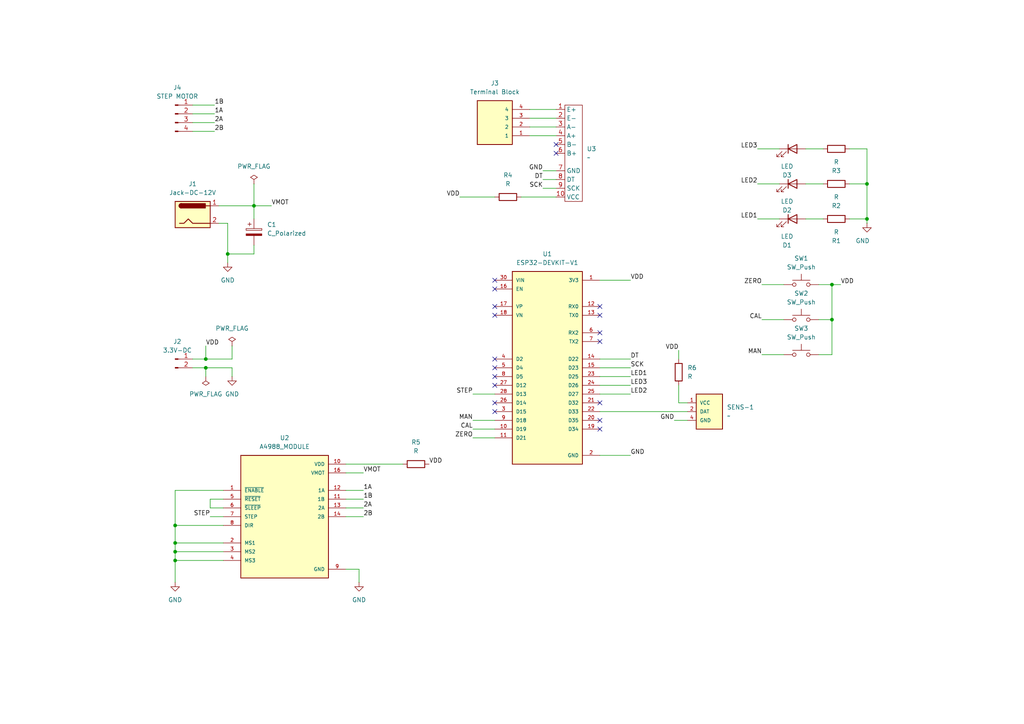
<source format=kicad_sch>
(kicad_sch (version 20250114) (generator "eeschema") (generator_version "9.0")
  (paper "A4")
  (lib_symbols
    (symbol "Connector:Conn_01x02_Pin" (pin_names (offset 1.016) (hide yes))
      (property "Reference" "J" (at 0 2.54 0))
      (property "Value" "Conn_01x02_Pin" (at 0 -5.08 0))
      (symbol "Conn_01x02_Pin_1_1"
        (rectangle (start 0.8636 0.127) (end 0 -0.127) (stroke (width 0.1524)) (fill (type outline)))
        (rectangle (start 0.8636 -2.413) (end 0 -2.667) (stroke (width 0.1524)) (fill (type outline)))
        (polyline (pts (xy 1.27 0) (xy 0.8636 0)) (stroke (width 0.1524)))
        (polyline (pts (xy 1.27 -2.54) (xy 0.8636 -2.54)) (stroke (width 0.1524)))
        (pin passive line (at 5.08 0 180) (length 3.81) (name "Pin_1") (number "1"))
        (pin passive line (at 5.08 -2.54 180) (length 3.81) (name "Pin_2") (number "2"))
      )
    )
    (symbol "Connector:Conn_01x04_Pin" (pin_names (offset 1.016) (hide yes))
      (property "Reference" "J" (at 0 5.08 0))
      (property "Value" "Conn_01x04_Pin" (at 0 -7.62 0))
      (symbol "Conn_01x04_Pin_1_1"
        (rectangle (start 0.8636 2.667) (end 0 2.413) (stroke (width 0.1524)) (fill (type outline)))
        (rectangle (start 0.8636 0.127) (end 0 -0.127) (stroke (width 0.1524)) (fill (type outline)))
        (rectangle (start 0.8636 -2.413) (end 0 -2.667) (stroke (width 0.1524)) (fill (type outline)))
        (rectangle (start 0.8636 -4.953) (end 0 -5.207) (stroke (width 0.1524)) (fill (type outline)))
        (polyline (pts (xy 1.27 2.54) (xy 0.8636 2.54)) (stroke (width 0.1524)))
        (polyline (pts (xy 1.27 0) (xy 0.8636 0)) (stroke (width 0.1524)))
        (polyline (pts (xy 1.27 -2.54) (xy 0.8636 -2.54)) (stroke (width 0.1524)))
        (polyline (pts (xy 1.27 -5.08) (xy 0.8636 -5.08)) (stroke (width 0.1524)))
        (pin passive line (at 5.08 2.54 180) (length 3.81) (name "Pin_1") (number "1"))
        (pin passive line (at 5.08 0 180) (length 3.81) (name "Pin_2") (number "2"))
        (pin passive line (at 5.08 -2.54 180) (length 3.81) (name "Pin_3") (number "3"))
        (pin passive line (at 5.08 -5.08 180) (length 3.81) (name "Pin_4") (number "4"))
      )
    )
    (symbol "Connector:Jack-DC" (pin_names (offset 1.016))
      (property "Reference" "J" (at 0 5.334 0))
      (property "Value" "Jack-DC" (at 0 -5.08 0))
      (symbol "Jack-DC_0_1"
        (rectangle (start -5.08 3.81) (end 5.08 -3.81) (stroke (width 0.254)) (fill (type background)))
        (polyline (pts (xy -3.81 -2.54) (xy -2.54 -2.54) (xy -1.27 -1.27) (xy 0 -2.54) (xy 2.54 -2.54) (xy 5.08 -2.54)) (stroke (width 0.254)))
        (arc (start -3.302 1.905) (mid -3.9343 2.54) (end -3.302 3.175) (stroke (width 0.254)))
        (arc (start -3.302 1.905) (mid -3.9343 2.54) (end -3.302 3.175) (stroke (width 0.254)) (fill (type outline)))
        (rectangle (start 3.683 3.175) (end -3.302 1.905) (stroke (width 0.254)) (fill (type outline)))
        (polyline (pts (xy 5.08 2.54) (xy 3.81 2.54)) (stroke (width 0.254)))
      )
      (symbol "Jack-DC_1_1"
        (pin passive line (at 7.62 2.54 180) (length 2.54) (name "~") (number "1"))
        (pin passive line (at 7.62 -2.54 180) (length 2.54) (name "~") (number "2"))
      )
    )
    (symbol "Device:C_Polarized" (pin_numbers (hide yes)) (pin_names (offset 0.254))
      (property "Reference" "C" (at 0.635 2.54 0))
      (property "Value" "C_Polarized" (at 0.635 -2.54 0))
      (symbol "C_Polarized_0_1"
        (rectangle (start -2.286 0.508) (end 2.286 1.016))
        (polyline (pts (xy -1.778 2.286) (xy -0.762 2.286)))
        (polyline (pts (xy -1.27 2.794) (xy -1.27 1.778)))
        (rectangle (start 2.286 -0.508) (end -2.286 -1.016) (fill (type outline)))
      )
      (symbol "C_Polarized_1_1"
        (pin passive line (at 0 3.81 270) (length 2.794) (name "~") (number "1"))
        (pin passive line (at 0 -3.81 90) (length 2.794) (name "~") (number "2"))
      )
    )
    (symbol "Device:LED" (pin_numbers (hide yes)) (pin_names (offset 1.016) (hide yes))
      (property "Reference" "D" (at 0 2.54 0))
      (property "Value" "LED" (at 0 -2.54 0))
      (symbol "LED_0_1"
        (polyline (pts (xy -3.048 -0.762) (xy -4.572 -2.286) (xy -3.81 -2.286) (xy -4.572 -2.286) (xy -4.572 -1.524)))
        (polyline (pts (xy -1.778 -0.762) (xy -3.302 -2.286) (xy -2.54 -2.286) (xy -3.302 -2.286) (xy -3.302 -1.524)))
        (polyline (pts (xy -1.27 0) (xy 1.27 0)))
        (polyline (pts (xy -1.27 -1.27) (xy -1.27 1.27)) (stroke (width 0.254)))
        (polyline (pts (xy 1.27 -1.27) (xy 1.27 1.27) (xy -1.27 0) (xy 1.27 -1.27)) (stroke (width 0.254)))
      )
      (symbol "LED_1_1"
        (pin passive line (at -3.81 0 0) (length 2.54) (name "K") (number "1"))
        (pin passive line (at 3.81 0 180) (length 2.54) (name "A") (number "2"))
      )
    )
    (symbol "Device:R" (pin_numbers (hide yes)) (pin_names (offset 0))
      (property "Reference" "R" (at 2.032 0 90))
      (property "Value" "R" (at 0 0 90))
      (symbol "R_0_1"
        (rectangle (start -1.016 -2.54) (end 1.016 2.54) (stroke (width 0.254)))
      )
      (symbol "R_1_1"
        (pin passive line (at 0 3.81 270) (length 1.27) (name "~") (number "1"))
        (pin passive line (at 0 -3.81 90) (length 1.27) (name "~") (number "2"))
      )
    )
    (symbol "External:A4988_MODULE" (pin_names (offset 1.016))
      (property "Reference" "U" (at -12.7 19.05 0))
      (property "Value" "A4988_MODULE" (at -12.7 -21.59 0))
      (symbol "A4988_MODULE_0_0"
        (rectangle (start -12.7 17.78) (end 12.7 -17.78) (stroke (width 0.254)) (fill (type background)))
        (pin input line (at -17.78 7.62 0) (length 5.08) (name "~{ENABLE}") (number "1"))
        (pin input line (at -17.78 0 0) (length 5.08) (name "STEP") (number "7"))
        (pin input line (at -17.78 -2.54 0) (length 5.08) (name "DIR") (number "8"))
        (pin input line (at -17.78 -7.62 0) (length 5.08) (name "MS1") (number "2"))
        (pin input line (at -17.78 -10.16 0) (length 5.08) (name "MS2") (number "3"))
        (pin input line (at -17.78 -12.7 0) (length 5.08) (name "MS3") (number "4"))
        (pin power_in line (at 17.78 15.24 180) (length 5.08) (name "VDD") (number "10"))
        (pin power_in line (at 17.78 12.7 180) (length 5.08) (name "VMOT") (number "16"))
        (pin output line (at 17.78 7.62 180) (length 5.08) (name "1A") (number "12"))
        (pin output line (at 17.78 5.08 180) (length 5.08) (name "1B") (number "11"))
        (pin output line (at 17.78 2.54 180) (length 5.08) (name "2A") (number "13"))
        (pin output line (at 17.78 0 180) (length 5.08) (name "2B") (number "14"))
        (pin power_in line (at 17.78 -15.24 180) (length 5.08) (hide yes) (name "GND") (number "15"))
        (pin power_in line (at 17.78 -15.24 180) (length 5.08) (name "GND") (number "9"))
      )
      (symbol "A4988_MODULE_1_0"
        (pin passive line (at -17.78 5.08 0) (length 5.08) (name "~{RESET}") (number "5"))
        (pin passive line (at -17.78 2.54 0) (length 5.08) (name "~{SLEEP}") (number "6"))
      )
    )
    (symbol "External:DHT11" (pin_names (offset 1.016))
      (property "Reference" "SENS-" (at -0.508 7.366 0))
      (symbol "DHT11_0_0"
        (rectangle (start 0 5.08) (end 7.62 -5.08) (stroke (width 0.254)) (fill (type background)))
      )
      (symbol "DHT11_1_0"
        (pin power_in line (at -2.54 2.54 0) (length 2.54) (name "VCC") (number "1"))
        (pin bidirectional line (at -2.54 0 0) (length 2.54) (name "DAT") (number "2"))
        (pin passive line (at -2.54 -2.54 0) (length 2.54) (name "GND") (number "4"))
      )
    )
    (symbol "External:ESP32-DEVKIT-V1" (pin_names (offset 1.016))
      (property "Reference" "U" (at -10.16 30.48 0))
      (property "Value" "ESP32-DEVKIT-V1" (at -10.16 -30.48 0))
      (symbol "ESP32-DEVKIT-V1_0_0"
        (rectangle (start -10.16 27.94) (end 10.16 -27.94) (stroke (width 0.254)) (fill (type background)))
        (pin input line (at -15.24 25.4 0) (length 5.08) (name "VIN") (number "30"))
        (pin input line (at -15.24 22.86 0) (length 5.08) (name "EN") (number "16"))
        (pin bidirectional line (at -15.24 17.78 0) (length 5.08) (name "VP") (number "17"))
        (pin bidirectional line (at -15.24 15.24 0) (length 5.08) (name "VN") (number "18"))
        (pin bidirectional line (at -15.24 2.54 0) (length 5.08) (name "D2") (number "4"))
        (pin bidirectional line (at -15.24 0 0) (length 5.08) (name "D4") (number "5"))
        (pin bidirectional line (at -15.24 -2.54 0) (length 5.08) (name "D5") (number "8"))
        (pin bidirectional line (at -15.24 -5.08 0) (length 5.08) (name "D12") (number "27"))
        (pin bidirectional line (at -15.24 -7.62 0) (length 5.08) (name "D13") (number "28"))
        (pin bidirectional line (at -15.24 -10.16 0) (length 5.08) (name "D14") (number "26"))
        (pin bidirectional line (at -15.24 -12.7 0) (length 5.08) (name "D15") (number "3"))
        (pin bidirectional line (at -15.24 -15.24 0) (length 5.08) (name "D18") (number "9"))
        (pin bidirectional line (at -15.24 -17.78 0) (length 5.08) (name "D19") (number "10"))
        (pin bidirectional line (at -15.24 -20.32 0) (length 5.08) (name "D21") (number "11"))
        (pin input line (at 15.24 17.78 180) (length 5.08) (name "RX0") (number "12"))
        (pin output line (at 15.24 15.24 180) (length 5.08) (name "TX0") (number "13"))
        (pin input line (at 15.24 10.16 180) (length 5.08) (name "RX2") (number "6"))
        (pin output line (at 15.24 7.62 180) (length 5.08) (name "TX2") (number "7"))
        (pin bidirectional line (at 15.24 2.54 180) (length 5.08) (name "D22") (number "14"))
        (pin bidirectional line (at 15.24 0 180) (length 5.08) (name "D23") (number "15"))
        (pin bidirectional line (at 15.24 -2.54 180) (length 5.08) (name "D25") (number "23"))
        (pin bidirectional line (at 15.24 -5.08 180) (length 5.08) (name "D26") (number "24"))
        (pin bidirectional line (at 15.24 -7.62 180) (length 5.08) (name "D27") (number "25"))
        (pin bidirectional line (at 15.24 -10.16 180) (length 5.08) (name "D32") (number "21"))
        (pin bidirectional line (at 15.24 -12.7 180) (length 5.08) (name "D33") (number "22"))
        (pin bidirectional line (at 15.24 -15.24 180) (length 5.08) (name "D35") (number "20"))
        (pin bidirectional line (at 15.24 -17.78 180) (length 5.08) (name "D34") (number "19"))
        (pin power_in line (at 15.24 -25.4 180) (length 5.08) (hide yes) (name "GND") (number "29"))
      )
      (symbol "ESP32-DEVKIT-V1_1_0"
        (pin power_in line (at 15.24 25.4 180) (length 5.08) (name "3V3") (number "1"))
        (pin passive line (at 15.24 -25.4 180) (length 5.08) (name "GND") (number "2"))
      )
    )
    (symbol "External:HX711_MODULE"
      (property "Reference" "U" (at 0 13.716 0))
      (symbol "HX711_MODULE_0_1"
        (rectangle (start -2.54 12.7) (end 2.54 -15.24))
      )
      (symbol "HX711_MODULE_1_1"
        (pin input line (at -5.08 11.43 0) (length 2.54) (name "E+") (number "1"))
        (pin input line (at -5.08 8.89 0) (length 2.54) (name "E-") (number "2"))
        (pin input line (at -5.08 6.35 0) (length 2.54) (name "A-") (number "3"))
        (pin input line (at -5.08 3.81 0) (length 2.54) (name "A+") (number "4"))
        (pin input line (at -5.08 1.27 0) (length 2.54) (name "B-") (number "5"))
        (pin input line (at -5.08 -1.27 0) (length 2.54) (name "B+") (number "6"))
        (pin passive line (at -5.08 -6.35 0) (length 2.54) (name "GND") (number "7"))
        (pin input line (at -5.08 -8.89 0) (length 2.54) (name "DT") (number "8"))
        (pin input line (at -5.08 -11.43 0) (length 2.54) (name "SCK") (number "9"))
        (pin power_in line (at -5.08 -13.97 0) (length 2.54) (name "VCC") (number "10"))
      )
    )
    (symbol "External:Terminal_Block_04" (pin_names (offset 1.016))
      (property "Reference" "J" (at -5.58 7.62 0))
      (property "Value" "Terminal Block" (at -8.128 -7.366 0))
      (symbol "Terminal_Block_04_0_0"
        (rectangle (start -5.08 -5.08) (end 5.08 7.62) (stroke (width 0.254)) (fill (type background)))
        (pin passive line (at -10.16 5.08 0) (length 5.08) (name "1") (number "1"))
        (pin passive line (at -10.16 2.54 0) (length 5.08) (name "2") (number "2"))
        (pin passive line (at -10.16 0 0) (length 5.08) (name "3") (number "3"))
        (pin passive line (at -10.16 -2.54 0) (length 5.08) (name "4") (number "4"))
      )
    )
    (symbol "Switch:SW_Push" (pin_numbers (hide yes)) (pin_names (offset 1.016) (hide yes))
      (property "Reference" "SW" (at 1.27 2.54 0))
      (property "Value" "SW_Push" (at 0 -1.524 0))
      (symbol "SW_Push_0_1"
        (circle (center -2.032 0) (radius 0.508))
        (polyline (pts (xy 0 1.27) (xy 0 3.048)))
        (circle (center 2.032 0) (radius 0.508))
        (polyline (pts (xy 2.54 1.27) (xy -2.54 1.27)))
        (pin passive line (at -5.08 0 0) (length 2.54) (name "1") (number "1"))
        (pin passive line (at 5.08 0 180) (length 2.54) (name "2") (number "2"))
      )
    )
    (symbol "power:GND" (power) (pin_numbers (hide yes)) (pin_names (offset 0) (hide yes))
      (property "Value" "GND" (at 0 -3.81 0))
      (symbol "GND_0_1"
        (polyline (pts (xy 0 0) (xy 0 -1.27) (xy 1.27 -1.27) (xy 0 -2.54) (xy -1.27 -1.27) (xy 0 -1.27)))
      )
      (symbol "GND_1_1"
        (pin power_in line (at 0 0 270) (length 0) (name "~") (number "1"))
      )
    )
    (symbol "power:PWR_FLAG" (power) (pin_numbers (hide yes)) (pin_names (offset 0) (hide yes))
      (property "Value" "PWR_FLAG" (at 0 3.81 0))
      (symbol "PWR_FLAG_0_0"
        (pin power_out line (at 0 0 90) (length 0) (name "~") (number "1"))
      )
      (symbol "PWR_FLAG_0_1"
        (polyline (pts (xy 0 0) (xy 0 1.27) (xy -1.016 1.905) (xy 0 2.54) (xy 1.016 1.905) (xy 0 1.27)))
      )
    )
  )
  (junction (at 50.8 152.4))
  (junction (at 50.8 157.48))
  (junction (at 241.3 82.55))
  (junction (at 251.46 63.5))
  (junction (at 59.69 106.68))
  (junction (at 50.8 160.02))
  (junction (at 251.46 53.34))
  (junction (at 50.8 162.56))
  (junction (at 241.3 92.71))
  (junction (at 59.69 104.14))
  (junction (at 66.04 73.66))
  (junction (at 73.66 59.69))
  (no_connect (at 173.99 116.84))
  (no_connect (at 143.51 91.44))
  (no_connect (at 161.29 44.45))
  (no_connect (at 173.99 121.92))
  (no_connect (at 173.99 91.44))
  (no_connect (at 173.99 99.06))
  (no_connect (at 143.51 106.68))
  (no_connect (at 143.51 104.14))
  (no_connect (at 143.51 88.9))
  (no_connect (at 143.51 116.84))
  (no_connect (at 143.51 81.28))
  (no_connect (at 173.99 88.9))
  (no_connect (at 143.51 83.82))
  (no_connect (at 143.51 109.22))
  (no_connect (at 173.99 96.52))
  (no_connect (at 143.51 111.76))
  (no_connect (at 143.51 119.38))
  (no_connect (at 173.99 124.46))
  (no_connect (at 161.29 41.91))
  (wire (pts (xy 50.8 162.56) (xy 50.8 168.91)))
  (wire (pts (xy 64.77 142.24) (xy 50.8 142.24)))
  (wire (pts (xy 243.84 82.55) (xy 241.3 82.55)))
  (wire (pts (xy 151.13 57.15) (xy 161.29 57.15)))
  (wire (pts (xy 60.96 149.86) (xy 64.77 149.86)))
  (wire (pts (xy 251.46 64.77) (xy 251.46 63.5)))
  (wire (pts (xy 153.67 31.75) (xy 161.29 31.75)))
  (wire (pts (xy 219.71 43.18) (xy 226.06 43.18)))
  (wire (pts (xy 55.88 106.68) (xy 59.69 106.68)))
  (wire (pts (xy 50.8 162.56) (xy 64.77 162.56)))
  (wire (pts (xy 50.8 142.24) (xy 50.8 152.4)))
  (wire (pts (xy 62.23 30.48) (xy 55.88 30.48)))
  (wire (pts (xy 182.88 104.14) (xy 173.99 104.14)))
  (wire (pts (xy 66.04 73.66) (xy 66.04 64.77)))
  (wire (pts (xy 153.67 39.37) (xy 161.29 39.37)))
  (wire (pts (xy 153.67 34.29) (xy 161.29 34.29)))
  (wire (pts (xy 251.46 53.34) (xy 246.38 53.34)))
  (wire (pts (xy 238.76 43.18) (xy 233.68 43.18)))
  (wire (pts (xy 157.48 52.07) (xy 161.29 52.07)))
  (wire (pts (xy 137.16 121.92) (xy 143.51 121.92)))
  (wire (pts (xy 238.76 53.34) (xy 233.68 53.34)))
  (wire (pts (xy 219.71 63.5) (xy 226.06 63.5)))
  (wire (pts (xy 64.77 144.78) (xy 60.96 144.78)))
  (wire (pts (xy 220.98 82.55) (xy 227.33 82.55)))
  (wire (pts (xy 196.85 101.6) (xy 196.85 104.14)))
  (wire (pts (xy 67.31 106.68) (xy 67.31 109.22)))
  (wire (pts (xy 182.88 81.28) (xy 173.99 81.28)))
  (wire (pts (xy 237.49 102.87) (xy 241.3 102.87)))
  (wire (pts (xy 251.46 63.5) (xy 251.46 53.34)))
  (wire (pts (xy 59.69 106.68) (xy 67.31 106.68)))
  (wire (pts (xy 241.3 92.71) (xy 241.3 82.55)))
  (wire (pts (xy 237.49 92.71) (xy 241.3 92.71)))
  (wire (pts (xy 73.66 73.66) (xy 66.04 73.66)))
  (wire (pts (xy 182.88 111.76) (xy 173.99 111.76)))
  (wire (pts (xy 157.48 49.53) (xy 161.29 49.53)))
  (wire (pts (xy 67.31 100.33) (xy 67.31 104.14)))
  (wire (pts (xy 241.3 102.87) (xy 241.3 92.71)))
  (wire (pts (xy 78.74 59.69) (xy 73.66 59.69)))
  (wire (pts (xy 66.04 64.77) (xy 63.5 64.77)))
  (wire (pts (xy 100.33 134.62) (xy 116.84 134.62)))
  (wire (pts (xy 55.88 104.14) (xy 59.69 104.14)))
  (wire (pts (xy 50.8 152.4) (xy 50.8 157.48)))
  (wire (pts (xy 137.16 114.3) (xy 143.51 114.3)))
  (wire (pts (xy 59.69 104.14) (xy 67.31 104.14)))
  (wire (pts (xy 157.48 54.61) (xy 161.29 54.61)))
  (wire (pts (xy 62.23 33.02) (xy 55.88 33.02)))
  (wire (pts (xy 219.71 53.34) (xy 226.06 53.34)))
  (wire (pts (xy 59.69 100.33) (xy 59.69 104.14)))
  (wire (pts (xy 251.46 43.18) (xy 246.38 43.18)))
  (wire (pts (xy 137.16 124.46) (xy 143.51 124.46)))
  (wire (pts (xy 105.41 149.86) (xy 100.33 149.86)))
  (wire (pts (xy 238.76 63.5) (xy 233.68 63.5)))
  (wire (pts (xy 50.8 157.48) (xy 64.77 157.48)))
  (wire (pts (xy 60.96 144.78) (xy 60.96 147.32)))
  (wire (pts (xy 182.88 106.68) (xy 173.99 106.68)))
  (wire (pts (xy 199.39 116.84) (xy 196.85 116.84)))
  (wire (pts (xy 196.85 116.84) (xy 196.85 111.76)))
  (wire (pts (xy 73.66 71.12) (xy 73.66 73.66)))
  (wire (pts (xy 195.58 121.92) (xy 199.39 121.92)))
  (wire (pts (xy 182.88 132.08) (xy 173.99 132.08)))
  (wire (pts (xy 133.35 57.15) (xy 143.51 57.15)))
  (wire (pts (xy 60.96 147.32) (xy 64.77 147.32)))
  (wire (pts (xy 104.14 165.1) (xy 100.33 165.1)))
  (wire (pts (xy 137.16 127) (xy 143.51 127)))
  (wire (pts (xy 251.46 53.34) (xy 251.46 43.18)))
  (wire (pts (xy 66.04 76.2) (xy 66.04 73.66)))
  (wire (pts (xy 220.98 102.87) (xy 227.33 102.87)))
  (wire (pts (xy 50.8 160.02) (xy 50.8 162.56)))
  (wire (pts (xy 59.69 109.22) (xy 59.69 106.68)))
  (wire (pts (xy 153.67 36.83) (xy 161.29 36.83)))
  (wire (pts (xy 62.23 38.1) (xy 55.88 38.1)))
  (wire (pts (xy 73.66 53.34) (xy 73.66 59.69)))
  (wire (pts (xy 73.66 59.69) (xy 63.5 59.69)))
  (wire (pts (xy 220.98 92.71) (xy 227.33 92.71)))
  (wire (pts (xy 246.38 63.5) (xy 251.46 63.5)))
  (wire (pts (xy 105.41 137.16) (xy 100.33 137.16)))
  (wire (pts (xy 105.41 142.24) (xy 100.33 142.24)))
  (wire (pts (xy 50.8 157.48) (xy 50.8 160.02)))
  (wire (pts (xy 105.41 144.78) (xy 100.33 144.78)))
  (wire (pts (xy 104.14 168.91) (xy 104.14 165.1)))
  (wire (pts (xy 62.23 35.56) (xy 55.88 35.56)))
  (wire (pts (xy 50.8 160.02) (xy 64.77 160.02)))
  (wire (pts (xy 182.88 114.3) (xy 173.99 114.3)))
  (wire (pts (xy 241.3 82.55) (xy 237.49 82.55)))
  (wire (pts (xy 182.88 109.22) (xy 173.99 109.22)))
  (wire (pts (xy 173.99 119.38) (xy 199.39 119.38)))
  (wire (pts (xy 105.41 147.32) (xy 100.33 147.32)))
  (wire (pts (xy 73.66 63.5) (xy 73.66 59.69)))
  (wire (pts (xy 50.8 152.4) (xy 64.77 152.4)))
  (label "STEP" (at 60.96 149.86 180))
  (label "2B" (at 62.23 38.1 0))
  (label "VDD" (at 124.46 134.62 0))
  (label "DT" (at 182.88 104.14 0))
  (label "VDD" (at 243.84 82.55 0))
  (label "LED2" (at 182.88 114.3 0))
  (label "1B" (at 62.23 30.48 0))
  (label "2B" (at 105.41 149.86 0))
  (label "GND" (at 157.48 49.53 180))
  (label "VDD" (at 196.85 101.6 180))
  (label "MAN" (at 137.16 121.92 180))
  (label "LED3" (at 182.88 111.76 0))
  (label "CAL" (at 220.98 92.71 180))
  (label "VDD" (at 133.35 57.15 180))
  (label "SCK" (at 157.48 54.61 180))
  (label "STEP" (at 137.16 114.3 180))
  (label "VDD" (at 59.69 100.33 0))
  (label "LED1" (at 219.71 63.5 180))
  (label "SCK" (at 182.88 106.68 0))
  (label "ZERO" (at 137.16 127 180))
  (label "MAN" (at 220.98 102.87 180))
  (label "LED3" (at 219.71 43.18 180))
  (label "ZERO" (at 220.98 82.55 180))
  (label "LED2" (at 219.71 53.34 180))
  (label "VDD" (at 182.88 81.28 0))
  (label "VMOT" (at 78.74 59.69 0))
  (label "GND" (at 182.88 132.08 0))
  (label "1A" (at 62.23 33.02 0))
  (label "GND" (at 195.58 121.92 180))
  (label "1B" (at 105.41 144.78 0))
  (label "1A" (at 105.41 142.24 0))
  (label "LED1" (at 182.88 109.22 0))
  (label "DT" (at 157.48 52.07 180))
  (label "CAL" (at 137.16 124.46 180))
  (label "2A" (at 105.41 147.32 0))
  (label "2A" (at 62.23 35.56 0))
  (label "VMOT" (at 105.41 137.16 0))
  (symbol (lib_id "Device:LED") (at 229.87 43.18 0) (unit 1)
    (property "Reference" "D3" (at 228.2825 50.8 0))
    (property "Value" "LED" (at 228.2825 48.26 0))
    (property "Footprint" "LED_THT:LED_D3.0mm" (effects (hide yes)))
    (property "Description" "Light emitting diode" (effects (hide yes)))
    (property "Sim.Pins" "1=K 2=A" (effects (hide yes)))
  )
  (symbol (lib_id "External:ESP32-DEVKIT-V1") (at 158.75 106.68 0) (unit 1)
    (property "Reference" "U1" (at 158.75 73.66 0))
    (property "Value" "ESP32-DEVKIT-V1" (at 158.75 76.2 0))
    (property "Footprint" "External:MODULE_ESP32_DEVKIT_V1" (effects (hide yes)))
    (property "MF" "Do it" (effects (hide yes)))
    (property "MAXIMUM_PACKAGE_HEIGHT" "6.8 mm" (effects (hide yes)))
    (property "Package" "None" (effects (hide yes)))
    (property "Price" "None" (effects (hide yes)))
    (property "Check_prices" "https://www.snapeda.com/parts/ESP32-DEVKIT-V1/Do+it/view-part/?ref=eda" (effects (hide yes)))
    (property "STANDARD" "Manufacturer Recommendations" (effects (hide yes)))
    (property "PARTREV" "N/A" (effects (hide yes)))
    (property "SnapEDA_Link" "https://www.snapeda.com/parts/ESP32-DEVKIT-V1/Do+it/view-part/?ref=snap" (effects (hide yes)))
    (property "MP" "ESP32-DEVKIT-V1" (effects (hide yes)))
    (property "Description_1" "Dual core, Wi-Fi: 2.4 GHz up to 150 Mbits/s,BLE (Bluetooth Low Energy) and legacy Bluetooth, 32 bits, Up to 240 MHz" (effects (hide yes)))
    (property "Availability" "Not in stock" (effects (hide yes)))
    (property "MANUFACTURER" "DOIT" (effects (hide yes)))
  )
  (symbol (lib_id "Switch:SW_Push") (at 232.41 82.55 0) (unit 1)
    (property "Reference" "SW1" (at 232.41 74.93 0))
    (property "Value" "SW_Push" (at 232.41 77.47 0))
    (property "Footprint" "Button_Switch_THT:SW_PUSH-12mm" (effects (hide yes)))
    (property "Description" "Push button switch, generic, two pins" (effects (hide yes)))
  )
  (symbol (lib_id "Device:R") (at 242.57 53.34 270) (unit 1)
    (property "Reference" "R2" (at 242.57 59.69 90))
    (property "Value" "R" (at 242.57 57.15 90))
    (property "Footprint" "Resistor_THT:R_Axial_DIN0207_L6.3mm_D2.5mm_P7.62mm_Horizontal" (effects (hide yes)))
    (property "Description" "Resistor" (effects (hide yes)))
  )
  (symbol (lib_id "power:PWR_FLAG") (at 73.66 53.34 0) (unit 1)
    (property "Reference" "#FLG04" (effects (hide yes)))
    (property "Value" "PWR_FLAG" (at 73.66 48.26 0))
    (property "Description" "Special symbol for telling ERC where power comes from" (effects (hide yes)))
  )
  (symbol (lib_id "power:PWR_FLAG") (at 67.31 100.33 0) (unit 1)
    (property "Reference" "#FLG01" (effects (hide yes)))
    (property "Value" "PWR_FLAG" (at 67.31 95.25 0))
    (property "Description" "Special symbol for telling ERC where power comes from" (effects (hide yes)))
  )
  (symbol (lib_id "Switch:SW_Push") (at 232.41 92.71 0) (unit 1)
    (property "Reference" "SW2" (at 232.41 85.09 0))
    (property "Value" "SW_Push" (at 232.41 87.63 0))
    (property "Footprint" "Button_Switch_THT:SW_PUSH-12mm" (effects (hide yes)))
    (property "Description" "Push button switch, generic, two pins" (effects (hide yes)))
  )
  (symbol (lib_id "Device:C_Polarized") (at 73.66 67.31 0) (unit 1)
    (property "Reference" "C1" (at 77.47 65.1509 0) (effects (justify left)))
    (property "Value" "C_Polarized" (at 77.47 67.6909 0) (effects (justify left)))
    (property "Footprint" "Capacitor_THT:CP_Radial_D6.3mm_P2.50mm" (effects (hide yes)))
    (property "Description" "Polarized capacitor" (effects (hide yes)))
  )
  (symbol (lib_id "power:GND") (at 50.8 168.91 0) (unit 1)
    (property "Reference" "#PWR05" (effects (hide yes)))
    (property "Value" "GND" (at 50.8 173.99 0))
    (property "Description" "Power symbol creates a global label with name \"GND\" , ground" (effects (hide yes)))
  )
  (symbol (lib_id "Device:LED") (at 229.87 63.5 0) (unit 1)
    (property "Reference" "D1" (at 228.2825 71.12 0))
    (property "Value" "LED" (at 228.2825 68.58 0))
    (property "Footprint" "LED_THT:LED_D3.0mm" (effects (hide yes)))
    (property "Description" "Light emitting diode" (effects (hide yes)))
    (property "Sim.Pins" "1=K 2=A" (effects (hide yes)))
  )
  (symbol (lib_id "Device:R") (at 242.57 63.5 270) (unit 1)
    (property "Reference" "R1" (at 242.57 69.85 90))
    (property "Value" "R" (at 242.57 67.31 90))
    (property "Footprint" "Resistor_THT:R_Axial_DIN0207_L6.3mm_D2.5mm_P7.62mm_Horizontal" (effects (hide yes)))
    (property "Description" "Resistor" (effects (hide yes)))
  )
  (symbol (lib_id "Switch:SW_Push") (at 232.41 102.87 0) (unit 1)
    (property "Reference" "SW3" (at 232.41 95.25 0))
    (property "Value" "SW_Push" (at 232.41 97.79 0))
    (property "Footprint" "Button_Switch_THT:SW_PUSH-12mm" (effects (hide yes)))
    (property "Description" "Push button switch, generic, two pins" (effects (hide yes)))
  )
  (symbol (lib_id "Connector:Jack-DC") (at 55.88 62.23 0) (unit 1)
    (property "Reference" "J1" (at 55.88 53.34 0))
    (property "Value" "Jack-DC-12V" (at 55.88 55.88 0))
    (property "Footprint" "Connector_BarrelJack:BarrelJack_Horizontal" (effects (hide yes)))
    (property "Description" "DC Barrel Jack" (effects (hide yes)))
  )
  (symbol (lib_id "power:GND") (at 251.46 64.77 0) (unit 1)
    (property "Reference" "#PWR03" (effects (hide yes)))
    (property "Value" "GND" (at 250.19 69.85 0))
    (property "Description" "Power symbol creates a global label with name \"GND\" , ground" (effects (hide yes)))
  )
  (symbol (lib_id "Device:LED") (at 229.87 53.34 0) (unit 1)
    (property "Reference" "D2" (at 228.2825 60.96 0))
    (property "Value" "LED" (at 228.2825 58.42 0))
    (property "Footprint" "LED_THT:LED_D3.0mm" (effects (hide yes)))
    (property "Description" "Light emitting diode" (effects (hide yes)))
    (property "Sim.Pins" "1=K 2=A" (effects (hide yes)))
  )
  (symbol (lib_id "Device:R") (at 242.57 43.18 270) (unit 1)
    (property "Reference" "R3" (at 242.57 49.53 90))
    (property "Value" "R" (at 242.57 46.99 90))
    (property "Footprint" "Resistor_THT:R_Axial_DIN0207_L6.3mm_D2.5mm_P7.62mm_Horizontal" (effects (hide yes)))
    (property "Description" "Resistor" (effects (hide yes)))
  )
  (symbol (lib_id "power:GND") (at 66.04 76.2 0) (unit 1)
    (property "Reference" "#PWR01" (effects (hide yes)))
    (property "Value" "GND" (at 66.04 81.28 0))
    (property "Description" "Power symbol creates a global label with name \"GND\" , ground" (effects (hide yes)))
  )
  (symbol (lib_id "External:HX711_MODULE") (at 166.37 43.18 0) (unit 1)
    (property "Reference" "U3" (at 170.18 43.1799 0) (effects (justify left)))
    (property "Value" "~" (at 170.18 45.7199 0) (effects (justify left)))
    (property "Footprint" "External:HX711-MODULE" (effects (hide yes)))
  )
  (symbol (lib_id "Device:R") (at 120.65 134.62 90) (unit 1)
    (property "Reference" "R5" (at 120.65 128.27 90))
    (property "Value" "R" (at 120.65 130.81 90))
    (property "Footprint" "Resistor_SMD:R_1206_3216Metric_Pad1.30x1.75mm_HandSolder" (effects (hide yes)))
    (property "Description" "Resistor" (effects (hide yes)))
  )
  (symbol (lib_id "Device:R") (at 196.85 107.95 180) (unit 1)
    (property "Reference" "R6" (at 199.39 106.6799 0) (effects (justify right)))
    (property "Value" "R" (at 199.39 109.2199 0) (effects (justify right)))
    (property "Footprint" "Resistor_SMD:R_1206_3216Metric_Pad1.30x1.75mm_HandSolder" (effects (hide yes)))
    (property "Description" "Resistor" (effects (hide yes)))
  )
  (symbol (lib_id "power:GND") (at 67.31 109.22 0) (unit 1)
    (property "Reference" "#PWR02" (effects (hide yes)))
    (property "Value" "GND" (at 67.31 114.3 0))
    (property "Description" "Power symbol creates a global label with name \"GND\" , ground" (effects (hide yes)))
  )
  (symbol (lib_id "Device:R") (at 147.32 57.15 90) (unit 1)
    (property "Reference" "R4" (at 147.32 50.8 90))
    (property "Value" "R" (at 147.32 53.34 90))
    (property "Footprint" "Resistor_SMD:R_1206_3216Metric_Pad1.30x1.75mm_HandSolder" (effects (hide yes)))
    (property "Description" "Resistor" (effects (hide yes)))
  )
  (symbol (lib_id "External:Terminal_Block_04") (at 143.51 34.29 180) (unit 1)
    (property "Reference" "J3" (at 143.51 24.13 0))
    (property "Value" "Terminal Block" (at 143.51 26.67 0))
    (property "Footprint" "External:Termial_Block_04" (effects (hide yes)))
    (property "MF" "Same Sky" (effects (hide yes)))
    (property "Description_1" "2~24 Poles, Screw Type, Horizontal, 5.0 Pitch, 22~12 (AWG), Terminal Block Connector" (effects (hide yes)))
    (property "Package" "None" (effects (hide yes)))
    (property "Price" "None" (effects (hide yes)))
    (property "Check_prices" "https://www.snapeda.com/parts/TB002-500-04BE/Same+Sky/view-part/?ref=eda" (effects (hide yes)))
    (property "STANDARD" "Manufacturer Recommendations" (effects (hide yes)))
    (property "SnapEDA_Link" "https://www.snapeda.com/parts/TB002-500-04BE/Same+Sky/view-part/?ref=snap" (effects (hide yes)))
    (property "MP" "TB002-500-04BE" (effects (hide yes)))
    (property "Purchase-URL" "https://www.snapeda.com/api/url_track_click_mouser/?unipart_id=3590417&manufacturer=Same Sky&part_name=TB002-500-04BE&search_term=tb002-500-04be" (effects (hide yes)))
    (property "Availability" "In Stock" (effects (hide yes)))
    (property "MANUFACTURER" "CUI" (effects (hide yes)))
  )
  (symbol (lib_id "Connector:Conn_01x02_Pin") (at 50.8 104.14 0) (unit 1)
    (property "Reference" "J2" (at 51.435 99.06 0))
    (property "Value" "3.3V-DC" (at 51.435 101.6 0))
    (property "Footprint" "Connector_PinHeader_2.54mm:PinHeader_1x02_P2.54mm_Vertical" (effects (hide yes)))
    (property "Description" "Generic connector, single row, 01x02, script generated" (effects (hide yes)))
  )
  (symbol (lib_id "External:DHT11") (at 201.93 119.38 0) (unit 1)
    (property "Reference" "SENS-1" (at 210.82 118.1099 0) (effects (justify left)))
    (property "Value" "~" (at 210.82 120.6499 0) (effects (justify left)))
    (property "Footprint" "External:SENSOR-DHT11" (effects (hide yes)))
  )
  (symbol (lib_id "External:A4988_MODULE") (at 82.55 149.86 0) (unit 1)
    (property "Reference" "U2" (at 82.55 127 0))
    (property "Value" "A4988_MODULE" (at 82.55 129.54 0))
    (property "Footprint" "External:A4988_MODULE" (effects (hide yes)))
    (property "Description" "Stepper motor controler; IC: A4988; 1A; Uin mot: 8÷35V" (effects (hide yes)))
    (property "MF" "Pololu" (effects (hide yes)))
    (property "PACKAGE" "None" (effects (hide yes)))
    (property "PRICE" "None" (effects (hide yes)))
    (property "Package" "None" (effects (hide yes)))
    (property "Check_prices" "https://www.snapeda.com/parts/A4988%20STEPPER%20MOTOR%20DRIVER%20CARRIER/Pololu/view-part/?ref=eda" (effects (hide yes)))
    (property "Price" "None" (effects (hide yes)))
    (property "SnapEDA_Link" "https://www.snapeda.com/parts/A4988%20STEPPER%20MOTOR%20DRIVER%20CARRIER/Pololu/view-part/?ref=snap" (effects (hide yes)))
    (property "MP" "A4988 STEPPER MOTOR DRIVER CARRIER" (effects (hide yes)))
    (property "Availability" "Not in stock" (effects (hide yes)))
    (property "AVAILABILITY" "Unavailable" (effects (hide yes)))
    (property "Description_1" "Stepper Motor Driver" (effects (hide yes)))
  )
  (symbol (lib_id "power:PWR_FLAG") (at 59.69 109.22 180) (unit 1)
    (property "Reference" "#FLG02" (effects (hide yes)))
    (property "Value" "PWR_FLAG" (at 59.69 114.3 0))
    (property "Description" "Special symbol for telling ERC where power comes from" (effects (hide yes)))
  )
  (symbol (lib_id "power:GND") (at 104.14 168.91 0) (unit 1)
    (property "Reference" "#PWR04" (effects (hide yes)))
    (property "Value" "GND" (at 104.14 173.99 0))
    (property "Description" "Power symbol creates a global label with name \"GND\" , ground" (effects (hide yes)))
  )
  (symbol (lib_id "Connector:Conn_01x04_Pin") (at 50.8 33.02 0) (unit 1)
    (property "Reference" "J4" (at 51.435 25.4 0))
    (property "Value" "STEP MOTOR" (at 51.435 27.94 0))
    (property "Footprint" "Connector_PinHeader_2.54mm:PinHeader_1x04_P2.54mm_Vertical" (effects (hide yes)))
    (property "Description" "Generic connector, single row, 01x04, script generated" (effects (hide yes)))
  )
)
</source>
